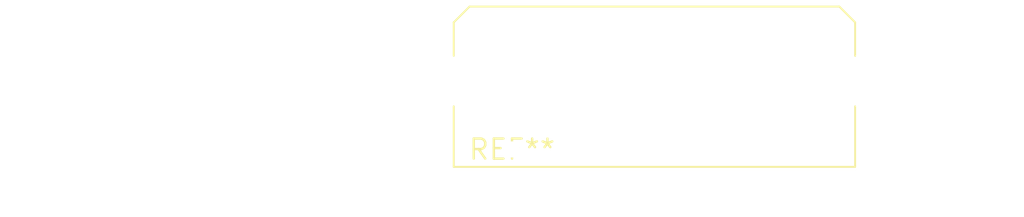
<source format=kicad_pcb>
(kicad_pcb (version 20240108) (generator pcbnew)
  (layers (0 "F.Cu" signal) (31 "B.Cu" signal) (34 "B.Paste" user) (35 "F.Paste" user) (36 "B.SilkS" user "B.Silkscreen") (37 "F.SilkS" user "F.Silkscreen") (38 "B.Mask" user) (39 "F.Mask" user) (44 "Edge.Cuts" user))
  (net 0 "")
  (footprint "Molex_Micro-Fit_3.0_43045-1421_2x07-1MP_P3.00mm_Horizontal" (layer "F.Cu") (at 0 0)
    (property "Reference" "REF**")
    (property "Value" "Molex_Micro-Fit_3.0_43045-1421_2x07-1MP_P3.00mm_Horizontal")
    (fp_line (start -3.685 -8.03) (end -2.685 -9.03) (layer "F.SilkS") (stroke (width 0.12)))
    (fp_line (start -3.685 -5.915) (end -3.685 -8.03) (layer "F.SilkS") (stroke (width 0.12)))
    (fp_line (start -3.685 -2.725) (end -3.685 1.1) (layer "F.SilkS") (stroke (width 0.12)))
    (fp_line (start -3.685 1.1) (end 21.685 1.1) (layer "F.SilkS") (stroke (width 0.12)))
    (fp_line (start -2.685 -9.03) (end 20.685 -9.03) (layer "F.SilkS") (stroke (width 0.12)))
    (fp_line (start 20.685 -9.03) (end 21.685 -8.03) (layer "F.SilkS") (stroke (width 0.12)))
    (fp_line (start 21.685 -8.03) (end 21.685 -5.915) (layer "F.SilkS") (stroke (width 0.12)))
    (fp_line (start 21.685 1.1) (end 21.685 -2.725) (layer "F.SilkS") (stroke (width 0.12)))
    (pad "1" thru_hole roundrect (at 0 0) (size 1.5 1.5) (drill 1.02) (layers *.Cu *.Mask) (remove_unused_layers) (roundrect_rratio 0.166667))
    (pad "2" thru_hole circle (at 3 0) (size 1.5 1.5) (drill 1.02) (layers *.Cu *.Mask) (remove_unused_layers))
    (pad "3" thru_hole circle (at 6 0) (size 1.5 1.5) (drill 1.02) (layers *.Cu *.Mask) (remove_unused_layers))
    (pad "4" thru_hole circle (at 9 0) (size 1.5 1.5) (drill 1.02) (layers *.Cu *.Mask) (remove_unused_layers))
    (pad "5" thru_hole circle (at 12 0) (size 1.5 1.5) (drill 1.02) (layers *.Cu *.Mask) (remove_unused_layers))
    (pad "6" thru_hole circle (at 15 0) (size 1.5 1.5) (drill 1.02) (layers *.Cu *.Mask) (remove_unused_layers))
    (pad "7" thru_hole circle (at 18 0) (size 1.5 1.5) (drill 1.02) (layers *.Cu *.Mask) (remove_unused_layers))
    (pad "8" thru_hole circle (at 0 3) (size 1.5 1.5) (drill 1.02) (layers *.Cu *.Mask) (remove_unused_layers))
    (pad "9" thru_hole circle (at 3 3) (size 1.5 1.5) (drill 1.02) (layers *.Cu *.Mask) (remove_unused_layers))
    (pad "10" thru_hole circle (at 6 3) (size 1.5 1.5) (drill 1.02) (layers *.Cu *.Mask) (remove_unused_layers))
    (pad "11" thru_hole circle (at 9 3) (size 1.5 1.5) (drill 1.02) (layers *.Cu *.Mask) (remove_unused_layers))
    (pad "12" thru_hole circle (at 12 3) (size 1.5 1.5) (drill 1.02) (layers *.Cu *.Mask) (remove_unused_layers))
    (pad "13" thru_hole circle (at 15 3) (size 1.5 1.5) (drill 1.02) (layers *.Cu *.Mask) (remove_unused_layers))
    (pad "14" thru_hole circle (at 18 3) (size 1.5 1.5) (drill 1.02) (layers *.Cu *.Mask) (remove_unused_layers))
    (pad "MP" thru_hole circle (at -2.15 -4.32) (size 3.41 3.41) (drill 2.41) (layers *.Cu *.Mask) (remove_unused_layers))
    (pad "MP" thru_hole circle (at 20.15 -4.32) (size 3.41 3.41) (drill 2.41) (layers *.Cu *.Mask) (remove_unused_layers))
  )
)
</source>
